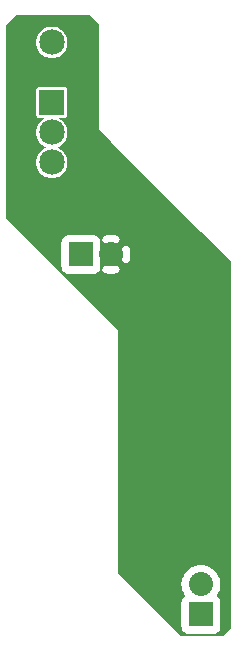
<source format=gbl>
G04 start of page 2 for group 10 layer_idx 1 *
G04 Title: (unknown), bottom_copper *
G04 Creator: pcb-rnd 2.3.0 *
G04 CreationDate: 2021-05-03 18:52:41 UTC *
G04 For:  *
G04 Format: Gerber/RS-274X *
G04 PCB-Dimensions: 500000 500000 *
G04 PCB-Coordinate-Origin: lower left *
%MOIN*%
%FSLAX25Y25*%
%LNBOTTOM_COPPER_NONE_10*%
%ADD21C,0.0394*%
%ADD20C,0.0430*%
%ADD19C,0.0800*%
%ADD18C,0.0850*%
%ADD17C,0.0001*%
G54D17*G36*
X239500Y342000D02*Y219500D01*
X237000Y217000D01*
X229594D01*
Y217850D01*
X233502D01*
X233600Y217842D01*
X233992Y217873D01*
X233992Y217873D01*
X234375Y217965D01*
X234738Y218116D01*
X235074Y218321D01*
X235373Y218577D01*
X235629Y218876D01*
X235834Y219212D01*
X235985Y219575D01*
X236077Y219958D01*
X236108Y220350D01*
X236100Y220448D01*
Y228252D01*
X236108Y228350D01*
X236077Y228742D01*
X236077Y228742D01*
X235985Y229125D01*
X235834Y229488D01*
X235629Y229824D01*
X235373Y230123D01*
X235074Y230379D01*
X234865Y230507D01*
X234875Y230518D01*
X235409Y231390D01*
X235801Y232335D01*
X236040Y233330D01*
X236100Y234350D01*
X236040Y235370D01*
X235801Y236365D01*
X235409Y237310D01*
X234875Y238182D01*
X234210Y238960D01*
X233432Y239625D01*
X232560Y240159D01*
X231615Y240551D01*
X230620Y240790D01*
X229600Y240870D01*
X229594Y240870D01*
Y351906D01*
X239500Y342000D01*
G37*
G36*
X229594Y351906D02*Y240870D01*
X228580Y240790D01*
X227585Y240551D01*
X226640Y240159D01*
X225768Y239625D01*
X224990Y238960D01*
X224325Y238182D01*
X223791Y237310D01*
X223399Y236365D01*
X223160Y235370D01*
X223080Y234350D01*
X223160Y233330D01*
X223399Y232335D01*
X223791Y231390D01*
X224325Y230518D01*
X224335Y230507D01*
X224126Y230379D01*
X223827Y230123D01*
X223571Y229824D01*
X223366Y229488D01*
X223215Y229125D01*
X223123Y228742D01*
X223092Y228350D01*
X223100Y228252D01*
Y220448D01*
X223092Y220350D01*
X223123Y219958D01*
X223123Y219958D01*
X223215Y219575D01*
X223366Y219212D01*
X223571Y218876D01*
X223827Y218577D01*
X224126Y218321D01*
X224462Y218116D01*
X224825Y217965D01*
X225208Y217873D01*
X225600Y217842D01*
X225698Y217850D01*
X229594D01*
Y217000D01*
X223000D01*
X204722Y235278D01*
Y341508D01*
X204803Y341515D01*
X204994Y341562D01*
X205176Y341638D01*
X205343Y341742D01*
X205492Y341870D01*
X205619Y342020D01*
X205721Y342189D01*
X205792Y342372D01*
X205948Y342925D01*
X206049Y343490D01*
X206100Y344063D01*
Y344637D01*
X206049Y345210D01*
X205948Y345775D01*
X205798Y346330D01*
X205725Y346513D01*
X205622Y346682D01*
X205495Y346833D01*
X205345Y346961D01*
X205178Y347065D01*
X204996Y347142D01*
X204804Y347189D01*
X204722Y347196D01*
Y376778D01*
X229594Y351906D01*
G37*
G36*
X204722Y376778D02*Y347196D01*
X204607Y347205D01*
X204410Y347191D01*
X204218Y347146D01*
X204036Y347071D01*
X203867Y346969D01*
X203716Y346841D01*
X203587Y346692D01*
X203483Y346524D01*
X203407Y346342D01*
X203360Y346151D01*
X203343Y345954D01*
X203358Y345757D01*
X203407Y345566D01*
X203503Y345226D01*
X203565Y344879D01*
X203596Y344527D01*
Y344173D01*
X203565Y343821D01*
X203503Y343474D01*
X203410Y343133D01*
X203362Y342942D01*
X203347Y342746D01*
X203364Y342550D01*
X203410Y342359D01*
X203487Y342178D01*
X203590Y342010D01*
X203719Y341861D01*
X203869Y341734D01*
X204037Y341632D01*
X204219Y341558D01*
X204411Y341513D01*
X204607Y341499D01*
X204722Y341508D01*
Y235278D01*
X202000Y238000D01*
Y319000D01*
X199602Y321398D01*
Y337850D01*
X199887D01*
X200460Y337901D01*
X201025Y338002D01*
X201580Y338152D01*
X201763Y338225D01*
X201932Y338328D01*
X202083Y338455D01*
X202211Y338605D01*
X202315Y338772D01*
X202392Y338954D01*
X202439Y339146D01*
X202455Y339343D01*
X202441Y339540D01*
X202396Y339732D01*
X202321Y339914D01*
X202219Y340083D01*
X202091Y340234D01*
X201942Y340363D01*
X201774Y340467D01*
X201592Y340543D01*
X201401Y340590D01*
X201204Y340607D01*
X201007Y340592D01*
X200816Y340543D01*
X200476Y340447D01*
X200129Y340385D01*
X199777Y340354D01*
X199602D01*
Y348346D01*
X199777D01*
X200129Y348315D01*
X200476Y348253D01*
X200817Y348160D01*
X201008Y348112D01*
X201204Y348097D01*
X201400Y348114D01*
X201591Y348160D01*
X201772Y348237D01*
X201940Y348340D01*
X202089Y348469D01*
X202216Y348619D01*
X202318Y348787D01*
X202392Y348969D01*
X202437Y349161D01*
X202451Y349357D01*
X202435Y349553D01*
X202388Y349744D01*
X202312Y349926D01*
X202208Y350093D01*
X202080Y350242D01*
X201930Y350369D01*
X201761Y350471D01*
X201578Y350542D01*
X201025Y350698D01*
X200460Y350799D01*
X199887Y350850D01*
X199602D01*
Y381898D01*
X204722Y376778D01*
G37*
G36*
X192500Y424000D02*X195500Y421000D01*
Y386000D01*
X199602Y381898D01*
Y350850D01*
X199313D01*
X198740Y350799D01*
X198175Y350698D01*
X197620Y350548D01*
X197437Y350475D01*
X197268Y350372D01*
X197117Y350245D01*
X196989Y350095D01*
X196885Y349928D01*
X196808Y349746D01*
X196761Y349554D01*
X196745Y349357D01*
X196759Y349160D01*
X196804Y348968D01*
X196879Y348786D01*
X196981Y348617D01*
X197109Y348466D01*
X197258Y348337D01*
X197426Y348233D01*
X197608Y348157D01*
X197799Y348110D01*
X197996Y348093D01*
X198193Y348108D01*
X198384Y348157D01*
X198724Y348253D01*
X199071Y348315D01*
X199423Y348346D01*
X199602D01*
Y340354D01*
X199423D01*
X199071Y340385D01*
X198724Y340447D01*
X198383Y340540D01*
X198192Y340588D01*
X197996Y340603D01*
X197800Y340586D01*
X197609Y340540D01*
X197428Y340463D01*
X197260Y340360D01*
X197111Y340231D01*
X196984Y340081D01*
X196882Y339913D01*
X196808Y339731D01*
X196763Y339539D01*
X196749Y339343D01*
X196765Y339147D01*
X196812Y338956D01*
X196888Y338774D01*
X196992Y338607D01*
X197120Y338458D01*
X197270Y338331D01*
X197439Y338229D01*
X197622Y338158D01*
X198175Y338002D01*
X198740Y337901D01*
X199313Y337850D01*
X199602D01*
Y321398D01*
X189600Y331400D01*
Y337850D01*
X193502D01*
X193600Y337842D01*
X193992Y337873D01*
X193992Y337873D01*
X194375Y337965D01*
X194738Y338116D01*
X195074Y338321D01*
X195373Y338577D01*
X195629Y338876D01*
X195834Y339212D01*
X195985Y339575D01*
X196077Y339958D01*
X196108Y340350D01*
X196100Y340448D01*
Y348252D01*
X196108Y348350D01*
X196077Y348742D01*
X196077Y348742D01*
X195985Y349125D01*
X195834Y349488D01*
X195629Y349824D01*
X195373Y350123D01*
X195074Y350379D01*
X194738Y350584D01*
X194375Y350735D01*
X193992Y350827D01*
X193600Y350858D01*
X193502Y350850D01*
X189600D01*
Y424000D01*
X192500D01*
G37*
G36*
X189600D02*Y350850D01*
X185698D01*
X185600Y350858D01*
X185208Y350827D01*
X185208Y350827D01*
X184825Y350735D01*
X184462Y350584D01*
X184126Y350379D01*
X183827Y350123D01*
X183571Y349824D01*
X183366Y349488D01*
X183215Y349125D01*
X183123Y348742D01*
X183092Y348350D01*
X183100Y348252D01*
Y340448D01*
X183092Y340350D01*
X183123Y339958D01*
X183123Y339958D01*
X183215Y339575D01*
X183366Y339212D01*
X183571Y338876D01*
X183827Y338577D01*
X184126Y338321D01*
X184462Y338116D01*
X184825Y337965D01*
X185208Y337873D01*
X185600Y337842D01*
X185698Y337850D01*
X189600D01*
Y331400D01*
X179842Y341158D01*
Y369734D01*
X179850Y369734D01*
X180674Y369799D01*
X181477Y369992D01*
X182241Y370308D01*
X182945Y370740D01*
X183574Y371276D01*
X184110Y371905D01*
X184542Y372609D01*
X184858Y373373D01*
X185051Y374176D01*
X185100Y375000D01*
X185051Y375824D01*
X184858Y376627D01*
X184542Y377391D01*
X184110Y378095D01*
X183574Y378724D01*
X182945Y379260D01*
X182241Y379692D01*
X181498Y380000D01*
X182241Y380308D01*
X182945Y380740D01*
X183574Y381276D01*
X184110Y381905D01*
X184542Y382609D01*
X184858Y383373D01*
X185051Y384176D01*
X185100Y385000D01*
X185051Y385824D01*
X184858Y386627D01*
X184542Y387391D01*
X184110Y388095D01*
X183574Y388724D01*
X182945Y389260D01*
X182241Y389692D01*
X181860Y389850D01*
X183961D01*
X184000Y389847D01*
X184157Y389859D01*
X184157Y389859D01*
X184310Y389896D01*
X184455Y389956D01*
X184590Y390038D01*
X184709Y390141D01*
X184812Y390260D01*
X184894Y390395D01*
X184954Y390540D01*
X184991Y390693D01*
X185003Y390850D01*
X185000Y390889D01*
Y399111D01*
X185003Y399150D01*
X184991Y399307D01*
X184991Y399307D01*
X184954Y399460D01*
X184894Y399605D01*
X184812Y399740D01*
X184709Y399859D01*
X184590Y399962D01*
X184455Y400044D01*
X184310Y400104D01*
X184157Y400141D01*
X184000Y400153D01*
X183961Y400150D01*
X179842D01*
Y409734D01*
X179850Y409734D01*
X180674Y409799D01*
X181477Y409992D01*
X182241Y410308D01*
X182945Y410740D01*
X183574Y411276D01*
X184110Y411905D01*
X184542Y412609D01*
X184858Y413373D01*
X185051Y414176D01*
X185100Y415000D01*
X185051Y415824D01*
X184858Y416627D01*
X184542Y417391D01*
X184110Y418095D01*
X183574Y418724D01*
X182945Y419260D01*
X182241Y419692D01*
X181477Y420008D01*
X180674Y420201D01*
X179850Y420266D01*
X179842Y420266D01*
Y424000D01*
X189600D01*
G37*
G36*
X179842D02*Y420266D01*
X179026Y420201D01*
X178223Y420008D01*
X177459Y419692D01*
X176755Y419260D01*
X176126Y418724D01*
X175590Y418095D01*
X175158Y417391D01*
X174842Y416627D01*
X174649Y415824D01*
X174584Y415000D01*
X174649Y414176D01*
X174842Y413373D01*
X175158Y412609D01*
X175590Y411905D01*
X176126Y411276D01*
X176755Y410740D01*
X177459Y410308D01*
X178223Y409992D01*
X179026Y409799D01*
X179842Y409734D01*
Y400150D01*
X175739D01*
X175700Y400153D01*
X175543Y400141D01*
X175543Y400141D01*
X175390Y400104D01*
X175245Y400044D01*
X175110Y399962D01*
X174991Y399859D01*
X174888Y399740D01*
X174806Y399605D01*
X174746Y399460D01*
X174709Y399307D01*
X174697Y399150D01*
X174700Y399111D01*
Y390889D01*
X174697Y390850D01*
X174709Y390693D01*
X174709Y390693D01*
X174746Y390540D01*
X174806Y390395D01*
X174888Y390260D01*
X174991Y390141D01*
X175110Y390038D01*
X175245Y389956D01*
X175390Y389896D01*
X175543Y389859D01*
X175700Y389847D01*
X175739Y389850D01*
X177840D01*
X177459Y389692D01*
X176755Y389260D01*
X176126Y388724D01*
X175590Y388095D01*
X175158Y387391D01*
X174842Y386627D01*
X174649Y385824D01*
X174584Y385000D01*
X174649Y384176D01*
X174842Y383373D01*
X175158Y382609D01*
X175590Y381905D01*
X176126Y381276D01*
X176755Y380740D01*
X177459Y380308D01*
X178202Y380000D01*
X177459Y379692D01*
X176755Y379260D01*
X176126Y378724D01*
X175590Y378095D01*
X175158Y377391D01*
X174842Y376627D01*
X174649Y375824D01*
X174584Y375000D01*
X174649Y374176D01*
X174842Y373373D01*
X175158Y372609D01*
X175590Y371905D01*
X176126Y371276D01*
X176755Y370740D01*
X177459Y370308D01*
X178223Y369992D01*
X179026Y369799D01*
X179842Y369734D01*
Y341158D01*
X164500Y356500D01*
Y420500D01*
X168000Y424000D01*
X179842D01*
G37*
G54D18*X179850Y385000D03*
G54D17*G36*
X184000Y390850D02*Y399150D01*
X175700D01*
Y390850D01*
X184000D01*
G37*
G54D18*X179850Y415000D03*
Y375000D03*
G54D17*G36*
X185600Y348350D02*X193600D01*
Y340350D01*
X185600D01*
Y348350D01*
G37*
G54D19*X199600Y344350D03*
G54D17*G36*
X225600Y220350D02*Y228350D01*
X233600D01*
Y220350D01*
X225600D01*
G37*
G54D19*X229600Y234350D03*
G54D20*G54D21*M02*

</source>
